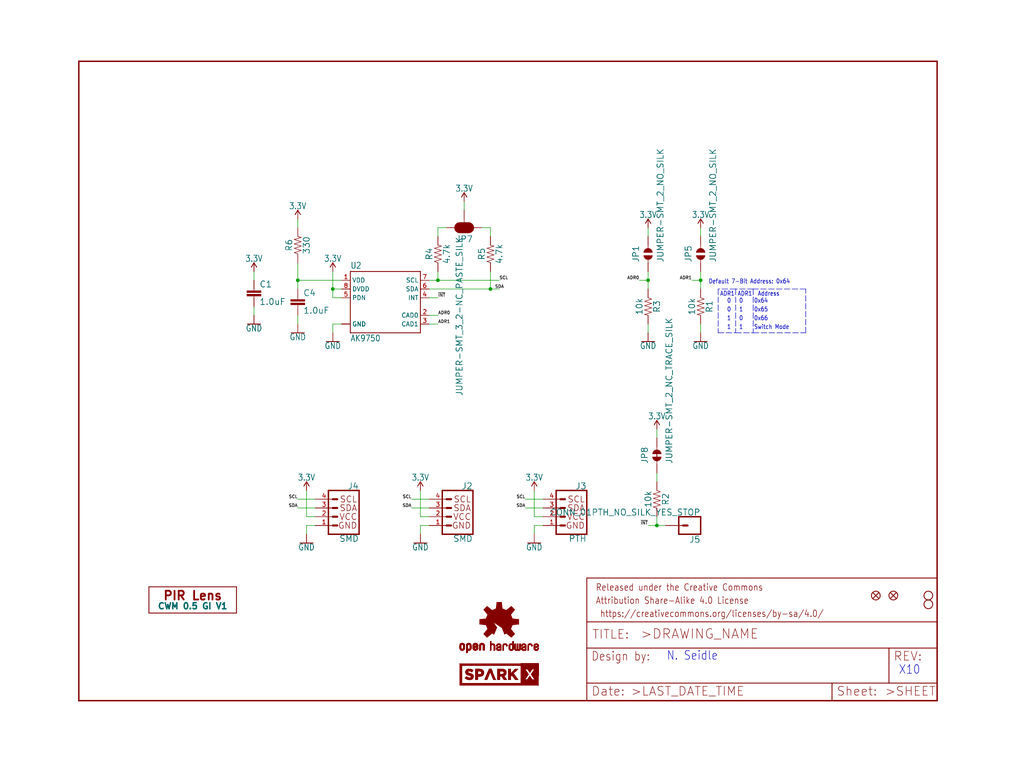
<source format=kicad_sch>
(kicad_sch (version 20211123) (generator eeschema)
  (paper "User" 297.002 223.926)
  (lib_symbols
    (symbol "eagleSchem-eagle-import:1.0UF-0603-16V-10%"
      (property "Reference" "C" (at 1.524 2.921 0))
      (property "Value" "1.0UF-0603-16V-10%" (at 1.524 -2.159 0))
      (symbol "1.0UF-0603-16V-10%_1_0"
        (pin passive line (at 0 5.08 270) (length 2.54) (name "1") (number "1"))
        (pin passive line (at 0 -2.54 90) (length 2.54) (name "2") (number "2"))
      )
    )
    (symbol "eagleSchem-eagle-import:10KOHM-0603-1{slash}10W-1%"
      (property "Reference" "R" (at 0 1.524 0))
      (property "Value" "10KOHM-0603-1{slash}10W-1%" (at 0 -1.524 0))
      (symbol "10KOHM-0603-1{slash}10W-1%_1_0"
        (pin passive line (at -5.08 0 0) (length 2.54) (name "1") (number "1"))
        (pin passive line (at 5.08 0 180) (length 2.54) (name "2") (number "2"))
      )
    )
    (symbol "eagleSchem-eagle-import:3.3V" (power)
      (property "Value" "3.3V" (at 0 2.794 0))
      (symbol "3.3V_1_0"
        (pin power_in line (at 0 0 90) (length 2.54) (name "3.3V") (number "1"))
      )
    )
    (symbol "eagleSchem-eagle-import:330OHM-0603-1{slash}10W-1%"
      (property "Reference" "R" (at 0 1.524 0))
      (property "Value" "330OHM-0603-1{slash}10W-1%" (at 0 -1.524 0))
      (symbol "330OHM-0603-1{slash}10W-1%_1_0"
        (pin passive line (at -5.08 0 0) (length 2.54) (name "1") (number "1"))
        (pin passive line (at 5.08 0 180) (length 2.54) (name "2") (number "2"))
      )
    )
    (symbol "eagleSchem-eagle-import:4.7KOHM-0603-1{slash}10W-1%"
      (property "Reference" "R" (at 0 1.524 0))
      (property "Value" "4.7KOHM-0603-1{slash}10W-1%" (at 0 -1.524 0))
      (symbol "4.7KOHM-0603-1{slash}10W-1%_1_0"
        (pin passive line (at -5.08 0 0) (length 2.54) (name "1") (number "1"))
        (pin passive line (at 5.08 0 180) (length 2.54) (name "2") (number "2"))
      )
    )
    (symbol "eagleSchem-eagle-import:AK9750"
      (property "Reference" "U" (at -10.16 8.382 0))
      (property "Value" "AK9750" (at -10.16 -12.7 0))
      (symbol "AK9750_1_0"
        (pin bidirectional line (at -12.7 5.08 0) (length 2.54) (name "VDD") (number "1"))
        (pin bidirectional line (at -12.7 -7.62 0) (length 2.54) (name "GND") (number "10"))
        (pin bidirectional line (at 12.7 -5.08 180) (length 2.54) (name "CAD0") (number "2"))
        (pin bidirectional line (at 12.7 -7.62 180) (length 2.54) (name "CAD1") (number "3"))
        (pin bidirectional line (at 12.7 0 180) (length 2.54) (name "INT") (number "4"))
        (pin bidirectional line (at -12.7 0 0) (length 2.54) (name "PDN") (number "5"))
        (pin bidirectional line (at 12.7 2.54 180) (length 2.54) (name "SDA") (number "6"))
        (pin bidirectional line (at 12.7 5.08 180) (length 2.54) (name "SCL") (number "7"))
        (pin bidirectional line (at -12.7 2.54 0) (length 2.54) (name "DVDD") (number "8"))
        (pin bidirectional line (at -12.7 -7.62 0) (length 2.54) (name "GND") (number "9"))
      )
    )
    (symbol "eagleSchem-eagle-import:CONN_01PTH_NO_SILK_YES_STOP"
      (property "Reference" "J" (at -2.54 3.048 0))
      (property "Value" "CONN_01PTH_NO_SILK_YES_STOP" (at -2.54 -4.826 0))
      (symbol "CONN_01PTH_NO_SILK_YES_STOP_1_0"
        (pin passive line (at 7.62 0 180) (length 5.08) (name "1") (number "1"))
      )
    )
    (symbol "eagleSchem-eagle-import:FIDUCIALUFIDUCIAL")
    (symbol "eagleSchem-eagle-import:FRAME-LETTER"
      (symbol "FRAME-LETTER_2_0"
        (text " https://creativecommons.org/licenses/by-sa/4.0/" (at 2.54 24.13 0) (effects (font (size 1.9304 1.6408)) (justify left bottom)))
        (text ">DRAWING_NAME" (at 15.494 17.78 0) (effects (font (size 2.7432 2.7432)) (justify left bottom)))
        (text ">LAST_DATE_TIME" (at 12.7 1.27 0) (effects (font (size 2.54 2.54)) (justify left bottom)))
        (text ">SHEET" (at 86.36 1.27 0) (effects (font (size 2.54 2.54)) (justify left bottom)))
        (text "Attribution Share-Alike 4.0 License" (at 2.54 27.94 0) (effects (font (size 1.9304 1.6408)) (justify left bottom)))
        (text "Date:" (at 1.27 1.27 0) (effects (font (size 2.54 2.54)) (justify left bottom)))
        (text "Design by:" (at 1.27 11.43 0) (effects (font (size 2.54 2.159)) (justify left bottom)))
        (text "Released under the Creative Commons" (at 2.54 31.75 0) (effects (font (size 1.9304 1.6408)) (justify left bottom)))
        (text "REV:" (at 88.9 11.43 0) (effects (font (size 2.54 2.54)) (justify left bottom)))
        (text "Sheet:" (at 72.39 1.27 0) (effects (font (size 2.54 2.54)) (justify left bottom)))
        (text "TITLE:" (at 1.524 17.78 0) (effects (font (size 2.54 2.54)) (justify left bottom)))
      )
    )
    (symbol "eagleSchem-eagle-import:GND" (power)
      (property "Value" "GND" (at 0 -0.254 0))
      (symbol "GND_1_0"
        (pin power_in line (at 0 2.54 270) (length 2.54) (name "GND") (number "1"))
      )
    )
    (symbol "eagleSchem-eagle-import:I2C_STANDARDJS-1MM"
      (property "Reference" "J" (at -5.08 7.874 0))
      (property "Value" "I2C_STANDARDJS-1MM" (at -5.08 -5.334 0))
      (symbol "I2C_STANDARDJS-1MM_1_0"
        (text "GND" (at -4.572 -2.54 0) (effects (font (size 1.778 1.778)) (justify left)))
        (text "SCL" (at -4.572 5.08 0) (effects (font (size 1.778 1.778)) (justify left)))
        (text "SDA" (at -4.572 2.54 0) (effects (font (size 1.778 1.778)) (justify left)))
        (text "VCC" (at -4.572 0 0) (effects (font (size 1.778 1.778)) (justify left)))
        (pin power_in line (at 7.62 -2.54 180) (length 5.08) (name "GND") (number "1"))
        (pin power_in line (at 7.62 0 180) (length 5.08) (name "VCC") (number "2"))
        (pin passive line (at 7.62 2.54 180) (length 5.08) (name "SDA") (number "3"))
        (pin passive line (at 7.62 5.08 180) (length 5.08) (name "SCL") (number "4"))
      )
    )
    (symbol "eagleSchem-eagle-import:I2C_STANDARD_NO_SILK"
      (property "Reference" "J" (at -5.08 7.874 0))
      (property "Value" "I2C_STANDARD_NO_SILK" (at -5.08 -5.334 0))
      (symbol "I2C_STANDARD_NO_SILK_1_0"
        (text "GND" (at -4.572 -2.54 0) (effects (font (size 1.778 1.778)) (justify left)))
        (text "SCL" (at -4.572 5.08 0) (effects (font (size 1.778 1.778)) (justify left)))
        (text "SDA" (at -4.572 2.54 0) (effects (font (size 1.778 1.778)) (justify left)))
        (text "VCC" (at -4.572 0 0) (effects (font (size 1.778 1.778)) (justify left)))
        (pin power_in line (at 7.62 -2.54 180) (length 5.08) (name "GND") (number "1"))
        (pin power_in line (at 7.62 0 180) (length 5.08) (name "VCC") (number "2"))
        (pin passive line (at 7.62 2.54 180) (length 5.08) (name "SDA") (number "3"))
        (pin passive line (at 7.62 5.08 180) (length 5.08) (name "SCL") (number "4"))
      )
    )
    (symbol "eagleSchem-eagle-import:JUMPER-SMT_2_NC_TRACE_SILK"
      (property "Reference" "JP" (at -2.54 2.54 0))
      (property "Value" "JUMPER-SMT_2_NC_TRACE_SILK" (at -2.54 -2.54 0))
      (symbol "JUMPER-SMT_2_NC_TRACE_SILK_1_0"
        (pin passive line (at -5.08 0 0) (length 2.54) (name "1") (number "1"))
        (pin passive line (at 5.08 0 180) (length 2.54) (name "2") (number "2"))
      )
    )
    (symbol "eagleSchem-eagle-import:JUMPER-SMT_2_NO_SILK"
      (property "Reference" "JP" (at -2.54 2.54 0))
      (property "Value" "JUMPER-SMT_2_NO_SILK" (at -2.54 -2.54 0))
      (symbol "JUMPER-SMT_2_NO_SILK_1_0"
        (pin passive line (at -5.08 0 0) (length 2.54) (name "1") (number "1"))
        (pin passive line (at 5.08 0 180) (length 2.54) (name "2") (number "2"))
      )
    )
    (symbol "eagleSchem-eagle-import:JUMPER-SMT_3_2-NC_PASTE_SILK"
      (property "Reference" "JP" (at 2.54 0.381 0))
      (property "Value" "JUMPER-SMT_3_2-NC_PASTE_SILK" (at 2.54 -0.381 0))
      (symbol "JUMPER-SMT_3_2-NC_PASTE_SILK_1_0"
        (pin passive line (at 0 5.08 270) (length 2.54) (name "1") (number "1"))
        (pin passive line (at -5.08 0 0) (length 2.54) (name "2") (number "2"))
        (pin passive line (at 0 -5.08 90) (length 2.54) (name "3") (number "3"))
      )
    )
    (symbol "eagleSchem-eagle-import:OSHW-LOGOMINI")
    (symbol "eagleSchem-eagle-import:PIR-LENSCWM-0.5-GI-V1"
      (property "Value" "PIR-LENSCWM-0.5-GI-V1" (at 0 -3.048 0))
      (symbol "PIR-LENSCWM-0.5-GI-V1_1_0"
        (text "PIR Lens" (at 0 0 0) (effects (font (size 2.54 2.54) (thickness 0.508) bold)))
      )
    )
    (symbol "eagleSchem-eagle-import:SPARKX-LOGO4")
    (symbol "eagleSchem-eagle-import:STAND-OFF")
  )
  (junction (at 127 81.28))
  (junction (at 96.52 83.82))
  (junction (at 203.2 81.28))
  (junction (at 187.96 81.28))
  (junction (at 86.36 81.28))
  (junction (at 142.24 83.82))
  (junction (at 190.5 152.4))
  (wire (pts (xy 157.48 144.78) (xy 152.4 144.78)))
  (polyline (pts (xy 218.44 83.82) (xy 218.44 96.52)))
  (wire (pts (xy 99.06 81.28) (xy 86.36 81.28)))
  (wire (pts (xy 99.06 93.98) (xy 96.52 93.98)))
  (wire (pts (xy 124.46 93.98) (xy 127 93.98)))
  (wire (pts (xy 91.44 152.4) (xy 88.9 152.4)))
  (wire (pts (xy 203.2 78.74) (xy 203.2 81.28)))
  (wire (pts (xy 124.46 149.86) (xy 121.92 149.86)))
  (polyline (pts (xy 208.28 83.82) (xy 208.28 96.52)))
  (wire (pts (xy 91.44 144.78) (xy 86.36 144.78)))
  (wire (pts (xy 88.9 149.86) (xy 88.9 142.24)))
  (wire (pts (xy 200.66 81.28) (xy 203.2 81.28)))
  (wire (pts (xy 142.24 66.04) (xy 139.7 66.04)))
  (wire (pts (xy 124.46 86.36) (xy 127 86.36)))
  (wire (pts (xy 96.52 83.82) (xy 96.52 78.74)))
  (wire (pts (xy 91.44 147.32) (xy 86.36 147.32)))
  (wire (pts (xy 124.46 81.28) (xy 127 81.28)))
  (wire (pts (xy 124.46 83.82) (xy 142.24 83.82)))
  (wire (pts (xy 86.36 63.5) (xy 86.36 66.04)))
  (polyline (pts (xy 208.28 96.52) (xy 213.36 96.52)))
  (polyline (pts (xy 213.36 83.82) (xy 208.28 83.82)))
  (wire (pts (xy 185.42 81.28) (xy 187.96 81.28)))
  (wire (pts (xy 190.5 127) (xy 190.5 124.46)))
  (wire (pts (xy 157.48 149.86) (xy 154.94 149.86)))
  (wire (pts (xy 73.66 88.9) (xy 73.66 91.44)))
  (wire (pts (xy 121.92 149.86) (xy 121.92 142.24)))
  (wire (pts (xy 127 68.58) (xy 127 66.04)))
  (polyline (pts (xy 213.36 96.52) (xy 218.44 96.52)))
  (wire (pts (xy 127 66.04) (xy 129.54 66.04)))
  (wire (pts (xy 142.24 83.82) (xy 142.24 78.74)))
  (polyline (pts (xy 233.68 96.52) (xy 233.68 83.82)))
  (wire (pts (xy 124.46 152.4) (xy 121.92 152.4)))
  (wire (pts (xy 99.06 83.82) (xy 96.52 83.82)))
  (polyline (pts (xy 213.36 83.82) (xy 213.36 96.52)))
  (wire (pts (xy 157.48 147.32) (xy 152.4 147.32)))
  (wire (pts (xy 99.06 86.36) (xy 96.52 86.36)))
  (wire (pts (xy 127 81.28) (xy 144.78 81.28)))
  (wire (pts (xy 121.92 152.4) (xy 121.92 154.94)))
  (wire (pts (xy 86.36 81.28) (xy 86.36 76.2)))
  (wire (pts (xy 157.48 152.4) (xy 154.94 152.4)))
  (wire (pts (xy 154.94 149.86) (xy 154.94 142.24)))
  (wire (pts (xy 187.96 83.82) (xy 187.96 81.28)))
  (polyline (pts (xy 218.44 96.52) (xy 233.68 96.52)))
  (wire (pts (xy 134.62 58.42) (xy 134.62 60.96)))
  (wire (pts (xy 124.46 147.32) (xy 119.38 147.32)))
  (wire (pts (xy 88.9 152.4) (xy 88.9 154.94)))
  (wire (pts (xy 124.46 91.44) (xy 127 91.44)))
  (wire (pts (xy 203.2 93.98) (xy 203.2 96.52)))
  (wire (pts (xy 86.36 83.82) (xy 86.36 81.28)))
  (wire (pts (xy 193.04 152.4) (xy 190.5 152.4)))
  (wire (pts (xy 142.24 83.82) (xy 144.78 83.82)))
  (wire (pts (xy 187.96 78.74) (xy 187.96 81.28)))
  (wire (pts (xy 154.94 152.4) (xy 154.94 154.94)))
  (polyline (pts (xy 233.68 83.82) (xy 218.44 83.82)))
  (wire (pts (xy 142.24 68.58) (xy 142.24 66.04)))
  (wire (pts (xy 73.66 81.28) (xy 73.66 78.74)))
  (wire (pts (xy 187.96 68.58) (xy 187.96 66.04)))
  (wire (pts (xy 96.52 93.98) (xy 96.52 96.52)))
  (polyline (pts (xy 218.44 83.82) (xy 213.36 83.82)))
  (wire (pts (xy 190.5 152.4) (xy 187.96 152.4)))
  (wire (pts (xy 96.52 86.36) (xy 96.52 83.82)))
  (wire (pts (xy 127 81.28) (xy 127 78.74)))
  (wire (pts (xy 91.44 149.86) (xy 88.9 149.86)))
  (wire (pts (xy 124.46 144.78) (xy 119.38 144.78)))
  (wire (pts (xy 187.96 93.98) (xy 187.96 96.52)))
  (wire (pts (xy 190.5 149.86) (xy 190.5 152.4)))
  (wire (pts (xy 86.36 91.44) (xy 86.36 93.98)))
  (wire (pts (xy 190.5 137.16) (xy 190.5 139.7)))
  (wire (pts (xy 203.2 68.58) (xy 203.2 66.04)))
  (wire (pts (xy 203.2 83.82) (xy 203.2 81.28)))
  (text "1   0    0x66" (at 210.82 92.456 180) (effects (font (size 1.27 1.0795)) (justify left)))
  (text "0   1    0x65" (at 210.82 89.916 180) (effects (font (size 1.27 1.0795)) (justify left)))
  (text "ADR1" (at 208.788 85.344 180) (effects (font (size 1.27 1.0795)) (justify left)))
  (text "Address" (at 219.71 85.344 180) (effects (font (size 1.27 1.0795)) (justify left)))
  (text "X10" (at 260.604 195.834 180) (effects (font (size 2.54 2.159)) (justify left bottom)))
  (text "Default 7-Bit Address: 0x64" (at 205.486 81.788 180) (effects (font (size 1.27 1.0795)) (justify left)))
  (text "1   1    Switch Mode" (at 210.82 94.996 180) (effects (font (size 1.27 1.0795)) (justify left)))
  (text "N. Seidle" (at 193.294 191.77 180) (effects (font (size 2.54 2.159)) (justify left bottom)))
  (text "0   0    0x64" (at 210.82 87.376 180) (effects (font (size 1.27 1.0795)) (justify left)))
  (text "ADR1" (at 213.868 85.344 180) (effects (font (size 1.27 1.0795)) (justify left)))
  (label "~{INT}" (at 187.96 152.4 180) (effects (font (size 0.889 0.889))))
  (label "SCL" (at 152.4 144.78 180) (effects (font (size 0.889 0.889))))
  (label "SDA" (at 119.38 147.32 180) (effects (font (size 0.889 0.889))))
  (label "ADR0" (at 185.42 81.28 180) (effects (font (size 0.889 0.889))))
  (label "SDA" (at 143.51 83.82 0) (effects (font (size 0.889 0.889))))
  (label "SDA" (at 152.4 147.32 180) (effects (font (size 0.889 0.889))))
  (label "ADR0" (at 127 91.44 0) (effects (font (size 0.889 0.889))))
  (label "ADR1" (at 200.66 81.28 180) (effects (font (size 0.889 0.889))))
  (label "ADR1" (at 127 93.98 0) (effects (font (size 0.889 0.889))))
  (label "SCL" (at 86.36 144.78 180) (effects (font (size 0.889 0.889))))
  (label "SCL" (at 119.38 144.78 180) (effects (font (size 0.889 0.889))))
  (label "~{INT}" (at 127 86.36 0) (effects (font (size 0.889 0.889))))
  (label "SDA" (at 86.36 147.32 180) (effects (font (size 0.889 0.889))))
  (label "SCL" (at 144.78 81.28 0) (effects (font (size 0.889 0.889))))
  (symbol (lib_id "eagleSchem-eagle-import:3.3V") (at 86.36 63.5 0) (unit 1)
    (property "Reference" "#SUPPLY10" (effects hide))
    (property "Value" "3.3V" (at 86.36 60.706 0) (effects (font (size 1.778 1.5113)) (justify bottom)))
    (property "Footprint" "eagleSchem:" (effects hide))
  )
  (symbol (lib_id "eagleSchem-eagle-import:GND") (at 86.36 96.52 0) (unit 1)
    (property "Reference" "#GND4" (effects hide))
    (property "Value" "GND" (at 86.36 96.774 0) (effects (font (size 1.778 1.5113)) (justify top)))
    (property "Footprint" "eagleSchem:" (effects hide))
  )
  (symbol (lib_id "eagleSchem-eagle-import:3.3V") (at 96.52 78.74 0) (unit 1)
    (property "Reference" "#SUPPLY3" (effects hide))
    (property "Value" "3.3V" (at 96.52 75.946 0) (effects (font (size 1.778 1.5113)) (justify bottom)))
    (property "Footprint" "eagleSchem:" (effects hide))
  )
  (symbol (lib_id "eagleSchem-eagle-import:STAND-OFF") (at 269.24 175.26 0) (unit 1)
    (property "Reference" "JP4" (effects hide))
    (property "Value" "STAND-OFF" (effects hide))
    (property "Footprint" "eagleSchem:STAND-OFF" (effects hide))
  )
  (symbol (lib_id "eagleSchem-eagle-import:330OHM-0603-1{slash}10W-1%") (at 86.36 71.12 90) (unit 1)
    (property "Reference" "R6" (at 84.836 71.12 0) (effects (font (size 1.778 1.778)) (justify bottom)))
    (property "Value" "330" (at 87.884 71.12 0) (effects (font (size 1.778 1.778)) (justify top)))
    (property "Footprint" "eagleSchem:0603" (effects hide))
  )
  (symbol (lib_id "eagleSchem-eagle-import:SPARKX-LOGO4") (at 144.78 195.58 0) (unit 1)
    (property "Reference" "U$2" (effects hide))
    (property "Value" "SPARKX-LOGO4" (effects hide))
    (property "Footprint" "eagleSchem:SPARKX-MEDIUM" (effects hide))
  )
  (symbol (lib_id "eagleSchem-eagle-import:FRAME-LETTER") (at 170.18 203.2 0) (unit 2)
    (property "Reference" "FRAME1" (effects hide))
    (property "Value" "FRAME-LETTER" (effects hide))
    (property "Footprint" "eagleSchem:CREATIVE_COMMONS" (effects hide))
  )
  (symbol (lib_id "eagleSchem-eagle-import:GND") (at 203.2 99.06 0) (unit 1)
    (property "Reference" "#GND2" (effects hide))
    (property "Value" "GND" (at 203.2 99.314 0) (effects (font (size 1.778 1.5113)) (justify top)))
    (property "Footprint" "eagleSchem:" (effects hide))
  )
  (symbol (lib_id "eagleSchem-eagle-import:JUMPER-SMT_2_NC_TRACE_SILK") (at 190.5 132.08 90) (unit 1)
    (property "Reference" "JP8" (at 187.96 134.62 0) (effects (font (size 1.778 1.778)) (justify left bottom)))
    (property "Value" "JUMPER-SMT_2_NC_TRACE_SILK" (at 193.04 134.62 0) (effects (font (size 1.778 1.778)) (justify left top)))
    (property "Footprint" "eagleSchem:SMT-JUMPER_2_NC_TRACE_SILK" (effects hide))
  )
  (symbol (lib_id "eagleSchem-eagle-import:FIDUCIALUFIDUCIAL") (at 259.08 172.72 0) (unit 1)
    (property "Reference" "JP6" (effects hide))
    (property "Value" "FIDUCIALUFIDUCIAL" (effects hide))
    (property "Footprint" "eagleSchem:MICRO-FIDUCIAL" (effects hide))
  )
  (symbol (lib_id "eagleSchem-eagle-import:3.3V") (at 121.92 142.24 0) (unit 1)
    (property "Reference" "#SUPPLY4" (effects hide))
    (property "Value" "3.3V" (at 121.92 139.446 0) (effects (font (size 1.778 1.5113)) (justify bottom)))
    (property "Footprint" "eagleSchem:" (effects hide))
  )
  (symbol (lib_id "eagleSchem-eagle-import:3.3V") (at 187.96 66.04 0) (unit 1)
    (property "Reference" "#SUPPLY11" (effects hide))
    (property "Value" "3.3V" (at 187.96 63.246 0) (effects (font (size 1.778 1.5113)) (justify bottom)))
    (property "Footprint" "eagleSchem:" (effects hide))
  )
  (symbol (lib_id "eagleSchem-eagle-import:10KOHM-0603-1{slash}10W-1%") (at 187.96 88.9 270) (unit 1)
    (property "Reference" "R3" (at 189.484 88.9 0) (effects (font (size 1.778 1.778)) (justify bottom)))
    (property "Value" "10k" (at 186.436 88.9 0) (effects (font (size 1.778 1.778)) (justify top)))
    (property "Footprint" "eagleSchem:0603" (effects hide))
  )
  (symbol (lib_id "eagleSchem-eagle-import:JUMPER-SMT_2_NO_SILK") (at 203.2 73.66 90) (unit 1)
    (property "Reference" "JP5" (at 200.66 76.2 0) (effects (font (size 1.778 1.778)) (justify left bottom)))
    (property "Value" "JUMPER-SMT_2_NO_SILK" (at 205.74 76.2 0) (effects (font (size 1.778 1.778)) (justify left top)))
    (property "Footprint" "eagleSchem:SMT-JUMPER_2_NO_SILK" (effects hide))
  )
  (symbol (lib_id "eagleSchem-eagle-import:10KOHM-0603-1{slash}10W-1%") (at 190.5 144.78 270) (unit 1)
    (property "Reference" "R2" (at 192.024 144.78 0) (effects (font (size 1.778 1.778)) (justify bottom)))
    (property "Value" "10k" (at 188.976 144.78 0) (effects (font (size 1.778 1.778)) (justify top)))
    (property "Footprint" "eagleSchem:0603" (effects hide))
  )
  (symbol (lib_id "eagleSchem-eagle-import:3.3V") (at 190.5 124.46 0) (unit 1)
    (property "Reference" "#SUPPLY9" (effects hide))
    (property "Value" "3.3V" (at 190.5 121.666 0) (effects (font (size 1.778 1.5113)) (justify bottom)))
    (property "Footprint" "eagleSchem:" (effects hide))
  )
  (symbol (lib_id "eagleSchem-eagle-import:4.7KOHM-0603-1{slash}10W-1%") (at 127 73.66 90) (unit 1)
    (property "Reference" "R4" (at 125.476 73.66 0) (effects (font (size 1.778 1.778)) (justify bottom)))
    (property "Value" "4.7k" (at 128.524 73.66 0) (effects (font (size 1.778 1.778)) (justify top)))
    (property "Footprint" "eagleSchem:0603" (effects hide))
  )
  (symbol (lib_id "eagleSchem-eagle-import:SPARKX-LOGO4") (at 144.78 195.58 0) (unit 1)
    (property "Reference" "U$1" (effects hide))
    (property "Value" "SPARKX-LOGO4" (effects hide))
    (property "Footprint" "eagleSchem:SPARKX-MEDIUM" (effects hide))
  )
  (symbol (lib_id "eagleSchem-eagle-import:3.3V") (at 73.66 78.74 0) (unit 1)
    (property "Reference" "#SUPPLY6" (effects hide))
    (property "Value" "3.3V" (at 73.66 75.946 0) (effects (font (size 1.778 1.5113)) (justify bottom)))
    (property "Footprint" "eagleSchem:" (effects hide))
  )
  (symbol (lib_id "eagleSchem-eagle-import:3.3V") (at 88.9 142.24 0) (unit 1)
    (property "Reference" "#SUPPLY8" (effects hide))
    (property "Value" "3.3V" (at 88.9 139.446 0) (effects (font (size 1.778 1.5113)) (justify bottom)))
    (property "Footprint" "eagleSchem:" (effects hide))
  )
  (symbol (lib_id "eagleSchem-eagle-import:3.3V") (at 203.2 66.04 0) (unit 1)
    (property "Reference" "#SUPPLY2" (effects hide))
    (property "Value" "3.3V" (at 203.2 63.246 0) (effects (font (size 1.778 1.5113)) (justify bottom)))
    (property "Footprint" "eagleSchem:" (effects hide))
  )
  (symbol (lib_id "eagleSchem-eagle-import:3.3V") (at 134.62 58.42 0) (unit 1)
    (property "Reference" "#SUPPLY1" (effects hide))
    (property "Value" "3.3V" (at 134.62 55.626 0) (effects (font (size 1.778 1.5113)) (justify bottom)))
    (property "Footprint" "eagleSchem:" (effects hide))
  )
  (symbol (lib_id "eagleSchem-eagle-import:GND") (at 73.66 93.98 0) (unit 1)
    (property "Reference" "#GND3" (effects hide))
    (property "Value" "GND" (at 73.66 94.234 0) (effects (font (size 1.778 1.5113)) (justify top)))
    (property "Footprint" "eagleSchem:" (effects hide))
  )
  (symbol (lib_id "eagleSchem-eagle-import:10KOHM-0603-1{slash}10W-1%") (at 203.2 88.9 270) (unit 1)
    (property "Reference" "R1" (at 204.724 88.9 0) (effects (font (size 1.778 1.778)) (justify bottom)))
    (property "Value" "10k" (at 201.676 88.9 0) (effects (font (size 1.778 1.778)) (justify top)))
    (property "Footprint" "eagleSchem:0603" (effects hide))
  )
  (symbol (lib_id "eagleSchem-eagle-import:JUMPER-SMT_2_NO_SILK") (at 187.96 73.66 90) (unit 1)
    (property "Reference" "JP1" (at 185.42 76.2 0) (effects (font (size 1.778 1.778)) (justify left bottom)))
    (property "Value" "JUMPER-SMT_2_NO_SILK" (at 190.5 76.2 0) (effects (font (size 1.778 1.778)) (justify left top)))
    (property "Footprint" "eagleSchem:SMT-JUMPER_2_NO_SILK" (effects hide))
  )
  (symbol (lib_id "eagleSchem-eagle-import:4.7KOHM-0603-1{slash}10W-1%") (at 142.24 73.66 90) (unit 1)
    (property "Reference" "R5" (at 140.716 73.66 0) (effects (font (size 1.778 1.778)) (justify bottom)))
    (property "Value" "4.7k" (at 143.764 73.66 0) (effects (font (size 1.778 1.778)) (justify top)))
    (property "Footprint" "eagleSchem:0603" (effects hide))
  )
  (symbol (lib_id "eagleSchem-eagle-import:GND") (at 121.92 157.48 0) (unit 1)
    (property "Reference" "#GND6" (effects hide))
    (property "Value" "GND" (at 121.92 157.734 0) (effects (font (size 1.778 1.5113)) (justify top)))
    (property "Footprint" "eagleSchem:" (effects hide))
  )
  (symbol (lib_id "eagleSchem-eagle-import:JUMPER-SMT_3_2-NC_PASTE_SILK") (at 134.62 66.04 270) (unit 1)
    (property "Reference" "JP7" (at 132.08 70.358 90) (effects (font (size 1.778 1.778)) (justify left bottom)))
    (property "Value" "JUMPER-SMT_3_2-NC_PASTE_SILK" (at 134.239 68.58 0) (effects (font (size 1.778 1.778)) (justify left top)))
    (property "Footprint" "eagleSchem:SMT-JUMPER_3_2-NC_PASTE_SILK" (effects hide))
  )
  (symbol (lib_id "eagleSchem-eagle-import:GND") (at 154.94 157.48 0) (unit 1)
    (property "Reference" "#GND7" (effects hide))
    (property "Value" "GND" (at 154.94 157.734 0) (effects (font (size 1.778 1.5113)) (justify top)))
    (property "Footprint" "eagleSchem:" (effects hide))
  )
  (symbol (lib_id "eagleSchem-eagle-import:STAND-OFF") (at 269.24 172.72 0) (unit 1)
    (property "Reference" "JP3" (effects hide))
    (property "Value" "STAND-OFF" (effects hide))
    (property "Footprint" "eagleSchem:STAND-OFF" (effects hide))
  )
  (symbol (lib_id "eagleSchem-eagle-import:PIR-LENSCWM-0.5-GI-V1") (at 55.88 172.72 0) (unit 1)
    (property "Reference" "U$3" (effects hide))
    (property "Value" "CWM 0.5 GI V1" (at 55.88 175.768 0) (effects (font (size 1.778 1.778) bold)))
    (property "Footprint" "eagleSchem:LENS-CWM-0.5-GI-V1" (effects hide))
  )
  (symbol (lib_id "eagleSchem-eagle-import:1.0UF-0603-16V-10%") (at 86.36 88.9 0) (unit 1)
    (property "Reference" "C4" (at 87.884 85.979 0) (effects (font (size 1.778 1.778)) (justify left bottom)))
    (property "Value" "1.0uF" (at 87.884 91.059 0) (effects (font (size 1.778 1.778)) (justify left bottom)))
    (property "Footprint" "eagleSchem:0603" (effects hide))
  )
  (symbol (lib_id "eagleSchem-eagle-import:1.0UF-0603-16V-10%") (at 73.66 86.36 0) (unit 1)
    (property "Reference" "C1" (at 75.184 83.439 0) (effects (font (size 1.778 1.778)) (justify left bottom)))
    (property "Value" "1.0uF" (at 75.184 88.519 0) (effects (font (size 1.778 1.778)) (justify left bottom)))
    (property "Footprint" "eagleSchem:0603" (effects hide))
  )
  (symbol (lib_id "eagleSchem-eagle-import:OSHW-LOGOMINI") (at 144.78 180.34 0) (unit 1)
    (property "Reference" "LOGO1" (effects hide))
    (property "Value" "OSHW-LOGOMINI" (effects hide))
    (property "Footprint" "eagleSchem:OSHW-LOGO-MINI" (effects hide))
  )
  (symbol (lib_id "eagleSchem-eagle-import:I2C_STANDARD_NO_SILK") (at 165.1 149.86 0) (mirror y) (unit 1)
    (property "Reference" "J3" (at 170.18 141.986 0) (effects (font (size 1.778 1.778)) (justify left bottom)))
    (property "Value" "PTH" (at 170.18 155.194 0) (effects (font (size 1.778 1.778)) (justify left top)))
    (property "Footprint" "eagleSchem:1X04_NO_SILK" (effects hide))
  )
  (symbol (lib_id "eagleSchem-eagle-import:FIDUCIALUFIDUCIAL") (at 254 172.72 0) (unit 1)
    (property "Reference" "JP2" (effects hide))
    (property "Value" "FIDUCIALUFIDUCIAL" (effects hide))
    (property "Footprint" "eagleSchem:MICRO-FIDUCIAL" (effects hide))
  )
  (symbol (lib_id "eagleSchem-eagle-import:I2C_STANDARDJS-1MM") (at 99.06 149.86 0) (mirror y) (unit 1)
    (property "Reference" "J4" (at 104.14 141.986 0) (effects (font (size 1.778 1.778)) (justify left bottom)))
    (property "Value" "SMD" (at 104.14 155.194 0) (effects (font (size 1.778 1.778)) (justify left top)))
    (property "Footprint" "eagleSchem:1X04_1MM_RA" (effects hide))
  )
  (symbol (lib_id "eagleSchem-eagle-import:GND") (at 187.96 99.06 0) (unit 1)
    (property "Reference" "#GND9" (effects hide))
    (property "Value" "GND" (at 187.96 99.314 0) (effects (font (size 1.778 1.5113)) (justify top)))
    (property "Footprint" "eagleSchem:" (effects hide))
  )
  (symbol (lib_id "eagleSchem-eagle-import:FRAME-LETTER") (at 22.86 203.2 0) (unit 1)
    (property "Reference" "FRAME1" (effects hide))
    (property "Value" "FRAME-LETTER" (effects hide))
    (property "Footprint" "eagleSchem:CREATIVE_COMMONS" (effects hide))
  )
  (symbol (lib_id "eagleSchem-eagle-import:AK9750") (at 111.76 86.36 0) (unit 1)
    (property "Reference" "U2" (at 101.6 77.978 0) (effects (font (size 1.778 1.5113)) (justify left bottom)))
    (property "Value" "AK9750" (at 101.6 99.06 0) (effects (font (size 1.778 1.5113)) (justify left bottom)))
    (property "Footprint" "eagleSchem:SON10" (effects hide))
  )
  (symbol (lib_id "eagleSchem-eagle-import:I2C_STANDARDJS-1MM") (at 132.08 149.86 0) (mirror y) (unit 1)
    (property "Reference" "J2" (at 137.16 141.986 0) (effects (font (size 1.778 1.778)) (justify left bottom)))
    (property "Value" "SMD" (at 137.16 155.194 0) (effects (font (size 1.778 1.778)) (justify left top)))
    (property "Footprint" "eagleSchem:1X04_1MM_RA" (effects hide))
  )
  (symbol (lib_id "eagleSchem-eagle-import:GND") (at 88.9 157.48 0) (unit 1)
    (property "Reference" "#GND8" (effects hide))
    (property "Value" "GND" (at 88.9 157.734 0) (effects (font (size 1.778 1.5113)) (justify top)))
    (property "Footprint" "eagleSchem:" (effects hide))
  )
  (symbol (lib_id "eagleSchem-eagle-import:3.3V") (at 154.94 142.24 0) (unit 1)
    (property "Reference" "#SUPPLY7" (effects hide))
    (property "Value" "3.3V" (at 154.94 139.446 0) (effects (font (size 1.778 1.5113)) (justify bottom)))
    (property "Footprint" "eagleSchem:" (effects hide))
  )
  (symbol (lib_id "eagleSchem-eagle-import:GND") (at 96.52 99.06 0) (unit 1)
    (property "Reference" "#GND1" (effects hide))
    (property "Value" "GND" (at 96.52 99.314 0) (effects (font (size 1.778 1.5113)) (justify top)))
    (property "Footprint" "eagleSchem:" (effects hide))
  )
  (symbol (lib_id "eagleSchem-eagle-import:CONN_01PTH_NO_SILK_YES_STOP") (at 200.66 152.4 180) (unit 1)
    (property "Reference" "J5" (at 203.2 155.448 0) (effects (font (size 1.778 1.778)) (justify left bottom)))
    (property "Value" "CONN_01PTH_NO_SILK_YES_STOP" (at 203.2 147.574 0) (effects (font (size 1.778 1.778)) (justify left bottom)))
    (property "Footprint" "eagleSchem:1X01_NO_SILK" (effects hide))
  )
)
</source>
